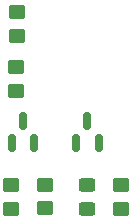
<source format=gtp>
%TF.GenerationSoftware,KiCad,Pcbnew,7.0.11-7.0.11~ubuntu22.04.1*%
%TF.CreationDate,2024-03-24T21:47:42+11:00*%
%TF.ProjectId,esp32_pwm_fan,65737033-325f-4707-976d-5f66616e2e6b,rev?*%
%TF.SameCoordinates,Original*%
%TF.FileFunction,Paste,Top*%
%TF.FilePolarity,Positive*%
%FSLAX46Y46*%
G04 Gerber Fmt 4.6, Leading zero omitted, Abs format (unit mm)*
G04 Created by KiCad (PCBNEW 7.0.11-7.0.11~ubuntu22.04.1) date 2024-03-24 21:47:42*
%MOMM*%
%LPD*%
G01*
G04 APERTURE LIST*
G04 Aperture macros list*
%AMRoundRect*
0 Rectangle with rounded corners*
0 $1 Rounding radius*
0 $2 $3 $4 $5 $6 $7 $8 $9 X,Y pos of 4 corners*
0 Add a 4 corners polygon primitive as box body*
4,1,4,$2,$3,$4,$5,$6,$7,$8,$9,$2,$3,0*
0 Add four circle primitives for the rounded corners*
1,1,$1+$1,$2,$3*
1,1,$1+$1,$4,$5*
1,1,$1+$1,$6,$7*
1,1,$1+$1,$8,$9*
0 Add four rect primitives between the rounded corners*
20,1,$1+$1,$2,$3,$4,$5,0*
20,1,$1+$1,$4,$5,$6,$7,0*
20,1,$1+$1,$6,$7,$8,$9,0*
20,1,$1+$1,$8,$9,$2,$3,0*%
G04 Aperture macros list end*
%ADD10RoundRect,0.150000X0.150000X-0.587500X0.150000X0.587500X-0.150000X0.587500X-0.150000X-0.587500X0*%
%ADD11RoundRect,0.250000X-0.450000X0.350000X-0.450000X-0.350000X0.450000X-0.350000X0.450000X0.350000X0*%
%ADD12RoundRect,0.250000X0.450000X-0.350000X0.450000X0.350000X-0.450000X0.350000X-0.450000X-0.350000X0*%
%ADD13RoundRect,0.250000X-0.450000X0.325000X-0.450000X-0.325000X0.450000X-0.325000X0.450000X0.325000X0*%
G04 APERTURE END LIST*
D10*
%TO.C,Q2*%
X114575000Y-75800000D03*
X116475000Y-75800000D03*
X115525000Y-73925000D03*
%TD*%
D11*
%TO.C,R5*%
X118400000Y-79325000D03*
X118400000Y-81325000D03*
%TD*%
D12*
%TO.C,R2*%
X109100000Y-81325000D03*
X109100000Y-79325000D03*
%TD*%
D11*
%TO.C,R1*%
X109525000Y-69325000D03*
X109525000Y-71325000D03*
%TD*%
D10*
%TO.C,Q1*%
X109125000Y-75800000D03*
X111025000Y-75800000D03*
X110075000Y-73925000D03*
%TD*%
D11*
%TO.C,R4*%
X109550000Y-64675000D03*
X109550000Y-66675000D03*
%TD*%
D13*
%TO.C,D1*%
X115500000Y-79300000D03*
X115500000Y-81350000D03*
%TD*%
D11*
%TO.C,R3*%
X111925000Y-79300000D03*
X111925000Y-81300000D03*
%TD*%
M02*

</source>
